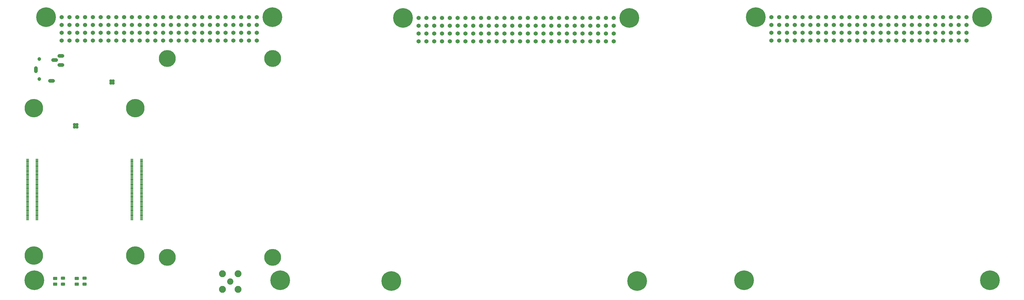
<source format=gbr>
%TF.GenerationSoftware,KiCad,Pcbnew,9.0.3*%
%TF.CreationDate,2025-07-26T14:09:02-04:00*%
%TF.ProjectId,Avionics,4176696f-6e69-4637-932e-6b696361645f,V0.8*%
%TF.SameCoordinates,Original*%
%TF.FileFunction,Soldermask,Top*%
%TF.FilePolarity,Negative*%
%FSLAX46Y46*%
G04 Gerber Fmt 4.6, Leading zero omitted, Abs format (unit mm)*
G04 Created by KiCad (PCBNEW 9.0.3) date 2025-07-26 14:09:02*
%MOMM*%
%LPD*%
G01*
G04 APERTURE LIST*
G04 Aperture macros list*
%AMRoundRect*
0 Rectangle with rounded corners*
0 $1 Rounding radius*
0 $2 $3 $4 $5 $6 $7 $8 $9 X,Y pos of 4 corners*
0 Add a 4 corners polygon primitive as box body*
4,1,4,$2,$3,$4,$5,$6,$7,$8,$9,$2,$3,0*
0 Add four circle primitives for the rounded corners*
1,1,$1+$1,$2,$3*
1,1,$1+$1,$4,$5*
1,1,$1+$1,$6,$7*
1,1,$1+$1,$8,$9*
0 Add four rect primitives between the rounded corners*
20,1,$1+$1,$2,$3,$4,$5,0*
20,1,$1+$1,$4,$5,$6,$7,0*
20,1,$1+$1,$6,$7,$8,$9,0*
20,1,$1+$1,$8,$9,$2,$3,0*%
G04 Aperture macros list end*
%ADD10RoundRect,0.243750X0.456250X-0.243750X0.456250X0.243750X-0.456250X0.243750X-0.456250X-0.243750X0*%
%ADD11RoundRect,0.250000X0.450000X-0.262500X0.450000X0.262500X-0.450000X0.262500X-0.450000X-0.262500X0*%
%ADD12C,1.365000*%
%ADD13C,0.800000*%
%ADD14C,6.400000*%
%ADD15C,2.050000*%
%ADD16C,2.250000*%
%ADD17C,1.200000*%
%ADD18O,1.212000X2.220000*%
%ADD19O,2.220000X1.212000*%
%ADD20RoundRect,0.102000X0.350000X-0.100000X0.350000X0.100000X-0.350000X0.100000X-0.350000X-0.100000X0*%
%ADD21C,6.004000*%
%ADD22C,5.500000*%
%ADD23C,1.016000*%
G04 APERTURE END LIST*
D10*
%TO.C,D1*%
X78250000Y-126880000D03*
X78250000Y-125005000D03*
%TD*%
D11*
%TO.C,R6*%
X68750000Y-126875000D03*
X68750000Y-125050000D03*
%TD*%
D12*
%TO.C,H1OBC1*%
X70787499Y-47537699D03*
X70787499Y-44997699D03*
X73327499Y-47537699D03*
X73327499Y-44997699D03*
X75867499Y-47537699D03*
X75867499Y-44997699D03*
X78407499Y-47537699D03*
X78407499Y-44997699D03*
X80947499Y-47537699D03*
X80947499Y-44997699D03*
X83487499Y-47537699D03*
X83487499Y-44997699D03*
X86027499Y-47537699D03*
X86027499Y-44997699D03*
X88567499Y-47537699D03*
X88567499Y-44997699D03*
X91107499Y-47537699D03*
X91107499Y-44997699D03*
X93647499Y-47537699D03*
X93647499Y-44997699D03*
X96187499Y-47537699D03*
X96187499Y-44997699D03*
X98727499Y-47537699D03*
X98727499Y-44997699D03*
X101267499Y-47537699D03*
X101267499Y-44997699D03*
X103807499Y-47537699D03*
X103807499Y-44997699D03*
X106347499Y-47537699D03*
X106347499Y-44997699D03*
X108887499Y-47537699D03*
X108887499Y-44997699D03*
X111427499Y-47537699D03*
X111427499Y-44997699D03*
X113967499Y-47537699D03*
X113967499Y-44997699D03*
X116507499Y-47537699D03*
X116507499Y-44997699D03*
X119047499Y-47537699D03*
X119047499Y-44997699D03*
X121587499Y-47537699D03*
X121587499Y-44997699D03*
X124127499Y-47537699D03*
X124127499Y-44997699D03*
X126667499Y-47537699D03*
X126667499Y-44997699D03*
X129207499Y-47537699D03*
X129207499Y-44997699D03*
X131747499Y-47537699D03*
X131747499Y-44997699D03*
X134287499Y-47537699D03*
X134287499Y-44997699D03*
%TD*%
D10*
%TO.C,D2*%
X71250000Y-126880000D03*
X71250000Y-125005000D03*
%TD*%
D13*
%TO.C,MH9*%
X179487499Y-40187699D03*
X180190443Y-38490643D03*
X180190443Y-41884755D03*
X181887499Y-37787699D03*
D14*
X181887499Y-40187699D03*
D13*
X181887499Y-42587699D03*
X183584555Y-38490643D03*
X183584555Y-41884755D03*
X184287499Y-40187699D03*
%TD*%
%TO.C,MH10*%
X253147499Y-40187699D03*
X253850443Y-38490643D03*
X253850443Y-41884755D03*
X255547499Y-37787699D03*
D14*
X255547499Y-40187699D03*
D13*
X255547499Y-42587699D03*
X257244555Y-38490643D03*
X257244555Y-41884755D03*
X257947499Y-40187699D03*
%TD*%
%TO.C,MH12*%
X175677499Y-125912699D03*
X176380443Y-124215643D03*
X176380443Y-127609755D03*
X178077499Y-123512699D03*
D14*
X178077499Y-125912699D03*
D13*
X178077499Y-128312699D03*
X179774555Y-124215643D03*
X179774555Y-127609755D03*
X180477499Y-125912699D03*
%TD*%
D12*
%TO.C,H2OBC1*%
X301767499Y-42477699D03*
X301767499Y-39937699D03*
X304307499Y-42477699D03*
X304307499Y-39937699D03*
X306847499Y-42477699D03*
X306847499Y-39937699D03*
X309387499Y-42477699D03*
X309387499Y-39937699D03*
X311927499Y-42477699D03*
X311927499Y-39937699D03*
X314467499Y-42477699D03*
X314467499Y-39937699D03*
X317007499Y-42477699D03*
X317007499Y-39937699D03*
X319547499Y-42477699D03*
X319547499Y-39937699D03*
X322087499Y-42477699D03*
X322087499Y-39937699D03*
X324627499Y-42477699D03*
X324627499Y-39937699D03*
X327167499Y-42477699D03*
X327167499Y-39937699D03*
X329707499Y-42477699D03*
X329707499Y-39937699D03*
X332247499Y-42477699D03*
X332247499Y-39937699D03*
X334787499Y-42477699D03*
X334787499Y-39937699D03*
X337327499Y-42477699D03*
X337327499Y-39937699D03*
X339867499Y-42477699D03*
X339867499Y-39937699D03*
X342407499Y-42477699D03*
X342407499Y-39937699D03*
X344947499Y-42477699D03*
X344947499Y-39937699D03*
X347487499Y-42477699D03*
X347487499Y-39937699D03*
X350027499Y-42477699D03*
X350027499Y-39937699D03*
X352567499Y-42477699D03*
X352567499Y-39937699D03*
X355107499Y-42477699D03*
X355107499Y-39937699D03*
X357647499Y-42477699D03*
X357647499Y-39937699D03*
X360187499Y-42477699D03*
X360187499Y-39937699D03*
X362727499Y-42477699D03*
X362727499Y-39937699D03*
X365267499Y-42477699D03*
X365267499Y-39937699D03*
%TD*%
D13*
%TO.C,MH11*%
X255687499Y-125912699D03*
X256390443Y-124215643D03*
X256390443Y-127609755D03*
X258087499Y-123512699D03*
D14*
X258087499Y-125912699D03*
D13*
X258087499Y-128312699D03*
X259784555Y-124215643D03*
X259784555Y-127609755D03*
X260487499Y-125912699D03*
%TD*%
D12*
%TO.C,H2OBC1*%
X70787499Y-42457699D03*
X70787499Y-39917699D03*
X73327499Y-42457699D03*
X73327499Y-39917699D03*
X75867499Y-42457699D03*
X75867499Y-39917699D03*
X78407499Y-42457699D03*
X78407499Y-39917699D03*
X80947499Y-42457699D03*
X80947499Y-39917699D03*
X83487499Y-42457699D03*
X83487499Y-39917699D03*
X86027499Y-42457699D03*
X86027499Y-39917699D03*
X88567499Y-42457699D03*
X88567499Y-39917699D03*
X91107499Y-42457699D03*
X91107499Y-39917699D03*
X93647499Y-42457699D03*
X93647499Y-39917699D03*
X96187499Y-42457699D03*
X96187499Y-39917699D03*
X98727499Y-42457699D03*
X98727499Y-39917699D03*
X101267499Y-42457699D03*
X101267499Y-39917699D03*
X103807499Y-42457699D03*
X103807499Y-39917699D03*
X106347499Y-42457699D03*
X106347499Y-39917699D03*
X108887499Y-42457699D03*
X108887499Y-39917699D03*
X111427499Y-42457699D03*
X111427499Y-39917699D03*
X113967499Y-42457699D03*
X113967499Y-39917699D03*
X116507499Y-42457699D03*
X116507499Y-39917699D03*
X119047499Y-42457699D03*
X119047499Y-39917699D03*
X121587499Y-42457699D03*
X121587499Y-39917699D03*
X124127499Y-42457699D03*
X124127499Y-39917699D03*
X126667499Y-42457699D03*
X126667499Y-39917699D03*
X129207499Y-42457699D03*
X129207499Y-39917699D03*
X131747499Y-42457699D03*
X131747499Y-39917699D03*
X134287499Y-42457699D03*
X134287499Y-39917699D03*
%TD*%
D13*
%TO.C,MH6*%
X367947499Y-39937699D03*
X368650443Y-38240643D03*
X368650443Y-41634755D03*
X370347499Y-37537699D03*
D14*
X370347499Y-39937699D03*
D13*
X370347499Y-42337699D03*
X372044555Y-38240643D03*
X372044555Y-41634755D03*
X372747499Y-39937699D03*
%TD*%
D15*
%TO.C,AE1*%
X125690000Y-126085000D03*
D16*
X123150000Y-123545000D03*
X123150000Y-128625000D03*
X128230000Y-123545000D03*
X128230000Y-128625000D03*
%TD*%
D13*
%TO.C,MH8*%
X290477499Y-125662699D03*
X291180443Y-123965643D03*
X291180443Y-127359755D03*
X292877499Y-123262699D03*
D14*
X292877499Y-125662699D03*
D13*
X292877499Y-128062699D03*
X294574555Y-123965643D03*
X294574555Y-127359755D03*
X295277499Y-125662699D03*
%TD*%
%TO.C,MH1*%
X63307499Y-39917699D03*
X64010443Y-38220643D03*
X64010443Y-41614755D03*
X65707499Y-37517699D03*
D14*
X65707499Y-39917699D03*
D13*
X65707499Y-42317699D03*
X67404555Y-38220643D03*
X67404555Y-41614755D03*
X68107499Y-39917699D03*
%TD*%
%TO.C,MH5*%
X294287499Y-39937699D03*
X294990443Y-38240643D03*
X294990443Y-41634755D03*
X296687499Y-37537699D03*
D14*
X296687499Y-39937699D03*
D13*
X296687499Y-42337699D03*
X298384555Y-38240643D03*
X298384555Y-41634755D03*
X299087499Y-39937699D03*
%TD*%
D12*
%TO.C,H1OBC1*%
X186967499Y-47807699D03*
X186967499Y-45267699D03*
X189507499Y-47807699D03*
X189507499Y-45267699D03*
X192047499Y-47807699D03*
X192047499Y-45267699D03*
X194587499Y-47807699D03*
X194587499Y-45267699D03*
X197127499Y-47807699D03*
X197127499Y-45267699D03*
X199667499Y-47807699D03*
X199667499Y-45267699D03*
X202207499Y-47807699D03*
X202207499Y-45267699D03*
X204747499Y-47807699D03*
X204747499Y-45267699D03*
X207287499Y-47807699D03*
X207287499Y-45267699D03*
X209827499Y-47807699D03*
X209827499Y-45267699D03*
X212367499Y-47807699D03*
X212367499Y-45267699D03*
X214907499Y-47807699D03*
X214907499Y-45267699D03*
X217447499Y-47807699D03*
X217447499Y-45267699D03*
X219987499Y-47807699D03*
X219987499Y-45267699D03*
X222527499Y-47807699D03*
X222527499Y-45267699D03*
X225067499Y-47807699D03*
X225067499Y-45267699D03*
X227607499Y-47807699D03*
X227607499Y-45267699D03*
X230147499Y-47807699D03*
X230147499Y-45267699D03*
X232687499Y-47807699D03*
X232687499Y-45267699D03*
X235227499Y-47807699D03*
X235227499Y-45267699D03*
X237767499Y-47807699D03*
X237767499Y-45267699D03*
X240307499Y-47807699D03*
X240307499Y-45267699D03*
X242847499Y-47807699D03*
X242847499Y-45267699D03*
X245387499Y-47807699D03*
X245387499Y-45267699D03*
X247927499Y-47807699D03*
X247927499Y-45267699D03*
X250467499Y-47807699D03*
X250467499Y-45267699D03*
%TD*%
D17*
%TO.C,J1*%
X63550000Y-53600000D03*
X63550000Y-60100000D03*
D18*
X62450000Y-57100000D03*
D19*
X70550000Y-55500000D03*
X67550000Y-60700000D03*
X68550000Y-53900000D03*
X70550000Y-52600000D03*
%TD*%
D20*
%TO.C,Module1*%
X59720000Y-86275000D03*
X62800000Y-86275000D03*
X59720000Y-86675000D03*
X62800000Y-86675000D03*
X59720000Y-87075000D03*
X62800000Y-87075000D03*
X59720000Y-87475000D03*
X62800000Y-87475000D03*
X59720000Y-87875000D03*
X62800000Y-87875000D03*
X59720000Y-88275000D03*
X62800000Y-88275000D03*
X59720000Y-88675000D03*
X62800000Y-88675000D03*
X59720000Y-89075000D03*
X62800000Y-89075000D03*
X59720000Y-89475000D03*
X62800000Y-89475000D03*
X59720000Y-89875000D03*
X62800000Y-89875000D03*
X59720000Y-90275000D03*
X62800000Y-90275000D03*
X59720000Y-90675000D03*
X62800000Y-90675000D03*
X59720000Y-91075000D03*
X62800000Y-91075000D03*
X59720000Y-91475000D03*
X62800000Y-91475000D03*
X59720000Y-91875000D03*
X62800000Y-91875000D03*
X59720000Y-92275000D03*
X62800000Y-92275000D03*
X59720000Y-92675000D03*
X62800000Y-92675000D03*
X59720000Y-93075000D03*
X62800000Y-93075000D03*
X59720000Y-93475000D03*
X62800000Y-93475000D03*
X59720000Y-93875000D03*
X62800000Y-93875000D03*
X59720000Y-94275000D03*
X62800000Y-94275000D03*
X59720000Y-94675000D03*
X62800000Y-94675000D03*
X59720000Y-95075000D03*
X62800000Y-95075000D03*
X59720000Y-95475000D03*
X62800000Y-95475000D03*
X59720000Y-95875000D03*
X62800000Y-95875000D03*
X59720000Y-96275000D03*
X62800000Y-96275000D03*
X59720000Y-96675000D03*
X62800000Y-96675000D03*
X59720000Y-97075000D03*
X62800000Y-97075000D03*
X59720000Y-97475000D03*
X62800000Y-97475000D03*
X59720000Y-97875000D03*
X62800000Y-97875000D03*
X59720000Y-98275000D03*
X62800000Y-98275000D03*
X59720000Y-98675000D03*
X62800000Y-98675000D03*
X59720000Y-99075000D03*
X62800000Y-99075000D03*
X59720000Y-99475000D03*
X62800000Y-99475000D03*
X59720000Y-99875000D03*
X62800000Y-99875000D03*
X59720000Y-100275000D03*
X62800000Y-100275000D03*
X59720000Y-100675000D03*
X62800000Y-100675000D03*
X59720000Y-101075000D03*
X62800000Y-101075000D03*
X59720000Y-101475000D03*
X62800000Y-101475000D03*
X59720000Y-101875000D03*
X62800000Y-101875000D03*
X59720000Y-102275000D03*
X62800000Y-102275000D03*
X59720000Y-102675000D03*
X62800000Y-102675000D03*
X59720000Y-103075000D03*
X62800000Y-103075000D03*
X59720000Y-103475000D03*
X62800000Y-103475000D03*
X59720000Y-103875000D03*
X62800000Y-103875000D03*
X59720000Y-104275000D03*
X62800000Y-104275000D03*
X59720000Y-104675000D03*
X62800000Y-104675000D03*
X59720000Y-105075000D03*
X62800000Y-105075000D03*
X59720000Y-105475000D03*
X62800000Y-105475000D03*
X59720000Y-105875000D03*
X62800000Y-105875000D03*
X93720000Y-86275000D03*
X96800000Y-86275000D03*
X93720000Y-86675000D03*
X96800000Y-86675000D03*
X93720000Y-87075000D03*
X96800000Y-87075000D03*
X93720000Y-87475000D03*
X96800000Y-87475000D03*
X93720000Y-87875000D03*
X96800000Y-87875000D03*
X93720000Y-88275000D03*
X96800000Y-88275000D03*
X93720000Y-88675000D03*
X96800000Y-88675000D03*
X93720000Y-89075000D03*
X96800000Y-89075000D03*
X93720000Y-89475000D03*
X96800000Y-89475000D03*
X93720000Y-89875000D03*
X96800000Y-89875000D03*
X93720000Y-90275000D03*
X96800000Y-90275000D03*
X93720000Y-90675000D03*
X96800000Y-90675000D03*
X93720000Y-91075000D03*
X96800000Y-91075000D03*
X93720000Y-91475000D03*
X96800000Y-91475000D03*
X93720000Y-91875000D03*
X96800000Y-91875000D03*
X93720000Y-92275000D03*
X96800000Y-92275000D03*
X93720000Y-92675000D03*
X96800000Y-92675000D03*
X93720000Y-93075000D03*
X96800000Y-93075000D03*
X93720000Y-93475000D03*
X96800000Y-93475000D03*
X93720000Y-93875000D03*
X96800000Y-93875000D03*
X93720000Y-94275000D03*
X96800000Y-94275000D03*
X93720000Y-94675000D03*
X96800000Y-94675000D03*
X93720000Y-95075000D03*
X96800000Y-95075000D03*
X93720000Y-95475000D03*
X96800000Y-95475000D03*
X93720000Y-95875000D03*
X96800000Y-95875000D03*
X93720000Y-96275000D03*
X96800000Y-96275000D03*
X93720000Y-96675000D03*
X96800000Y-96675000D03*
X93720000Y-97075000D03*
X96800000Y-97075000D03*
X93720000Y-97475000D03*
X96800000Y-97475000D03*
X93720000Y-97875000D03*
X96800000Y-97875000D03*
X93720000Y-98275000D03*
X96800000Y-98275000D03*
X93720000Y-98675000D03*
X96800000Y-98675000D03*
X93720000Y-99075000D03*
X96800000Y-99075000D03*
X93720000Y-99475000D03*
X96800000Y-99475000D03*
X93720000Y-99875000D03*
X96800000Y-99875000D03*
X93720000Y-100275000D03*
X96800000Y-100275000D03*
X93720000Y-100675000D03*
X96800000Y-100675000D03*
X93720000Y-101075000D03*
X96800000Y-101075000D03*
X93720000Y-101475000D03*
X96800000Y-101475000D03*
X93720000Y-101875000D03*
X96800000Y-101875000D03*
X93720000Y-102275000D03*
X96800000Y-102275000D03*
X93720000Y-102675000D03*
X96800000Y-102675000D03*
X93720000Y-103075000D03*
X96800000Y-103075000D03*
X93720000Y-103475000D03*
X96800000Y-103475000D03*
X93720000Y-103875000D03*
X96800000Y-103875000D03*
X93720000Y-104275000D03*
X96800000Y-104275000D03*
X93720000Y-104675000D03*
X96800000Y-104675000D03*
X93720000Y-105075000D03*
X96800000Y-105075000D03*
X93720000Y-105475000D03*
X96800000Y-105475000D03*
X93720000Y-105875000D03*
X96800000Y-105875000D03*
D21*
X61760000Y-117575000D03*
X61760000Y-69575000D03*
X94760000Y-117575000D03*
X94760000Y-69575000D03*
%TD*%
D13*
%TO.C,MH4*%
X59497499Y-125642699D03*
X60200443Y-123945643D03*
X60200443Y-127339755D03*
X61897499Y-123242699D03*
D14*
X61897499Y-125642699D03*
D13*
X61897499Y-128042699D03*
X63594555Y-123945643D03*
X63594555Y-127339755D03*
X64297499Y-125642699D03*
%TD*%
D12*
%TO.C,H2OBC1*%
X186967499Y-42727699D03*
X186967499Y-40187699D03*
X189507499Y-42727699D03*
X189507499Y-40187699D03*
X192047499Y-42727699D03*
X192047499Y-40187699D03*
X194587499Y-42727699D03*
X194587499Y-40187699D03*
X197127499Y-42727699D03*
X197127499Y-40187699D03*
X199667499Y-42727699D03*
X199667499Y-40187699D03*
X202207499Y-42727699D03*
X202207499Y-40187699D03*
X204747499Y-42727699D03*
X204747499Y-40187699D03*
X207287499Y-42727699D03*
X207287499Y-40187699D03*
X209827499Y-42727699D03*
X209827499Y-40187699D03*
X212367499Y-42727699D03*
X212367499Y-40187699D03*
X214907499Y-42727699D03*
X214907499Y-40187699D03*
X217447499Y-42727699D03*
X217447499Y-40187699D03*
X219987499Y-42727699D03*
X219987499Y-40187699D03*
X222527499Y-42727699D03*
X222527499Y-40187699D03*
X225067499Y-42727699D03*
X225067499Y-40187699D03*
X227607499Y-42727699D03*
X227607499Y-40187699D03*
X230147499Y-42727699D03*
X230147499Y-40187699D03*
X232687499Y-42727699D03*
X232687499Y-40187699D03*
X235227499Y-42727699D03*
X235227499Y-40187699D03*
X237767499Y-42727699D03*
X237767499Y-40187699D03*
X240307499Y-42727699D03*
X240307499Y-40187699D03*
X242847499Y-42727699D03*
X242847499Y-40187699D03*
X245387499Y-42727699D03*
X245387499Y-40187699D03*
X247927499Y-42727699D03*
X247927499Y-40187699D03*
X250467499Y-42727699D03*
X250467499Y-40187699D03*
%TD*%
D13*
%TO.C,MH2*%
X136967499Y-39917699D03*
X137670443Y-38220643D03*
X137670443Y-41614755D03*
X139367499Y-37517699D03*
D14*
X139367499Y-39917699D03*
D13*
X139367499Y-42317699D03*
X141064555Y-38220643D03*
X141064555Y-41614755D03*
X141767499Y-39917699D03*
%TD*%
%TO.C,MH3*%
X139507499Y-125642699D03*
X140210443Y-123945643D03*
X140210443Y-127339755D03*
X141907499Y-123242699D03*
D14*
X141907499Y-125642699D03*
D13*
X141907499Y-128042699D03*
X143604555Y-123945643D03*
X143604555Y-127339755D03*
X144307499Y-125642699D03*
%TD*%
D11*
%TO.C,R5*%
X75750000Y-126875000D03*
X75750000Y-125050000D03*
%TD*%
D13*
%TO.C,MH7*%
X370487499Y-125662699D03*
X371190443Y-123965643D03*
X371190443Y-127359755D03*
X372887499Y-123262699D03*
D14*
X372887499Y-125662699D03*
D13*
X372887499Y-128062699D03*
X374584555Y-123965643D03*
X374584555Y-127359755D03*
X375287499Y-125662699D03*
%TD*%
D12*
%TO.C,H1OBC1*%
X301767499Y-47557699D03*
X301767499Y-45017699D03*
X304307499Y-47557699D03*
X304307499Y-45017699D03*
X306847499Y-47557699D03*
X306847499Y-45017699D03*
X309387499Y-47557699D03*
X309387499Y-45017699D03*
X311927499Y-47557699D03*
X311927499Y-45017699D03*
X314467499Y-47557699D03*
X314467499Y-45017699D03*
X317007499Y-47557699D03*
X317007499Y-45017699D03*
X319547499Y-47557699D03*
X319547499Y-45017699D03*
X322087499Y-47557699D03*
X322087499Y-45017699D03*
X324627499Y-47557699D03*
X324627499Y-45017699D03*
X327167499Y-47557699D03*
X327167499Y-45017699D03*
X329707499Y-47557699D03*
X329707499Y-45017699D03*
X332247499Y-47557699D03*
X332247499Y-45017699D03*
X334787499Y-47557699D03*
X334787499Y-45017699D03*
X337327499Y-47557699D03*
X337327499Y-45017699D03*
X339867499Y-47557699D03*
X339867499Y-45017699D03*
X342407499Y-47557699D03*
X342407499Y-45017699D03*
X344947499Y-47557699D03*
X344947499Y-45017699D03*
X347487499Y-47557699D03*
X347487499Y-45017699D03*
X350027499Y-47557699D03*
X350027499Y-45017699D03*
X352567499Y-47557699D03*
X352567499Y-45017699D03*
X355107499Y-47557699D03*
X355107499Y-45017699D03*
X357647499Y-47557699D03*
X357647499Y-45017699D03*
X360187499Y-47557699D03*
X360187499Y-45017699D03*
X362727499Y-47557699D03*
X362727499Y-45017699D03*
X365267499Y-47557699D03*
X365267499Y-45017699D03*
%TD*%
D22*
%TO.C,U1*%
X105240000Y-53380000D03*
X105240000Y-118150000D03*
X139530000Y-53380000D03*
X139530000Y-118150000D03*
%TD*%
D23*
%TO.C,U2*%
X86831299Y-61470500D03*
X87618699Y-61470500D03*
X86831299Y-60683100D03*
X87618699Y-60683100D03*
%TD*%
%TO.C,U4*%
X75000000Y-75737400D03*
X75787400Y-75737400D03*
X75000000Y-74950000D03*
X75787400Y-74950000D03*
%TD*%
M02*

</source>
